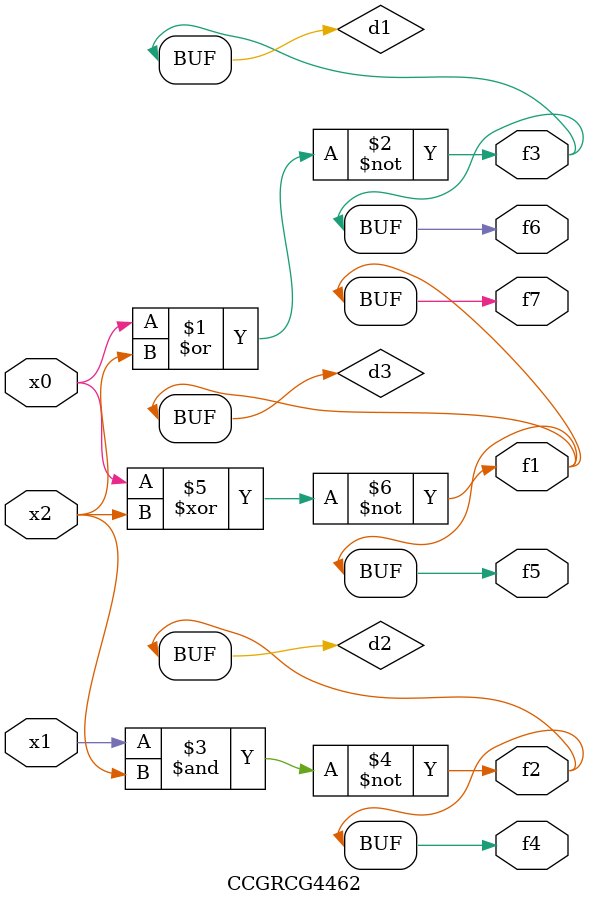
<source format=v>
module CCGRCG4462(
	input x0, x1, x2,
	output f1, f2, f3, f4, f5, f6, f7
);

	wire d1, d2, d3;

	nor (d1, x0, x2);
	nand (d2, x1, x2);
	xnor (d3, x0, x2);
	assign f1 = d3;
	assign f2 = d2;
	assign f3 = d1;
	assign f4 = d2;
	assign f5 = d3;
	assign f6 = d1;
	assign f7 = d3;
endmodule

</source>
